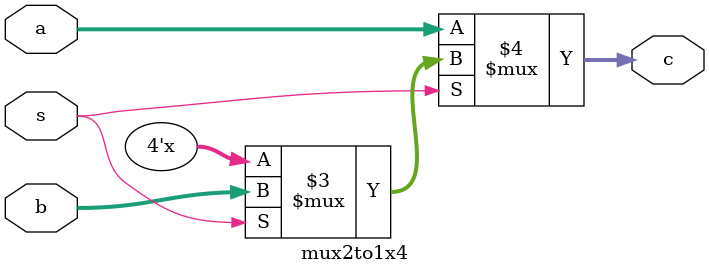
<source format=sv>
`timescale 1ns/1ns

module csa_8 (
	input	logic [7:0] A, B,
	output	logic [7:0] sum,
	output 	logic carry
);


	// Temporary sums from upper slice for carry in 0/1
	logic [3:0] s0;
	logic [3:0] s1;

	// Temporary carries from upper slice for carry in 0/1
	logic c0;
	logic c1;
	
	// Carry from lower 4 bit slice
	logic c3;

	// First 4 bit adder, lower output
	adder_4 adder30(
		.A(A[3:0]),
		.B(B[3:0]),
		.ci(1'b0),
		.sum(sum[3:0]),
		.carry(c3)
	);
	
	// Top 4 bits, carry in 0
	adder_4 adder74_0(
		.A(A[7:4]),
		.B(B[7:4]),
		.ci(1'b0),
		.sum(s0),
		.carry(c0)
	);

	// Top 4 bits, carry in 1
	adder_4 adder74_1(
		.A(A[7:4]),
		.B(B[7:4]),
		.ci(1'b1),
		.sum(s1),
		.carry(c1)
	);
	
	// Mux that selects the output sum
	mux2to1x4 mux_sum(
		.a(s0),
		.b(s1),
		.s(c3),
		.c(sum[7:4])
	);

	// Mux that selects the carry
	mux2to1 mux_carry(
		.a(c0),
		.b(c1),
		.s(c3),
		.c(carry)
	);


endmodule

module mux2to1 (
	input	logic a,
	input	logic b,
	input	logic s,
	output	logic c
);

	assign c = (~s & a) | (s & b);

endmodule

// Same as the one above, but a and b can drive 4 bits
module mux2to1x4 (
	input	logic [3:0] a,
	input	logic [3:0] b,
	input	logic s,
	output	logic [3:0] c
);

	assign	c = (s == 0) ? a :
	   			(s == 1) ? b :
				4'bx;

endmodule

</source>
